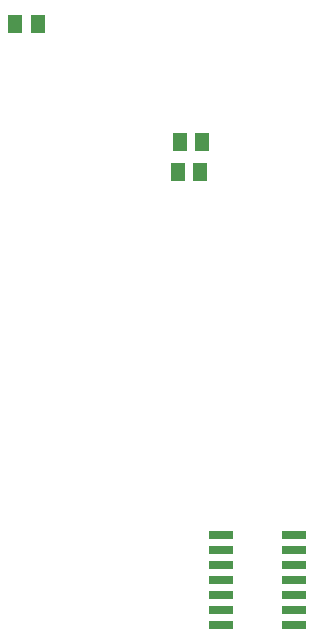
<source format=gbp>
G75*
%MOIN*%
%OFA0B0*%
%FSLAX25Y25*%
%IPPOS*%
%LPD*%
%AMOC8*
5,1,8,0,0,1.08239X$1,22.5*
%
%ADD10R,0.05118X0.05906*%
%ADD11R,0.08000X0.02600*%
D10*
X0159335Y0239706D03*
X0166816Y0239706D03*
X0167540Y0249800D03*
X0160060Y0249800D03*
X0112572Y0289020D03*
X0105091Y0289020D03*
D11*
X0173700Y0088800D03*
X0173700Y0093800D03*
X0173700Y0098800D03*
X0173700Y0103800D03*
X0173700Y0108800D03*
X0173700Y0113800D03*
X0173700Y0118800D03*
X0197900Y0118800D03*
X0197900Y0113800D03*
X0197900Y0108800D03*
X0197900Y0103800D03*
X0197900Y0098800D03*
X0197900Y0093800D03*
X0197900Y0088800D03*
M02*

</source>
